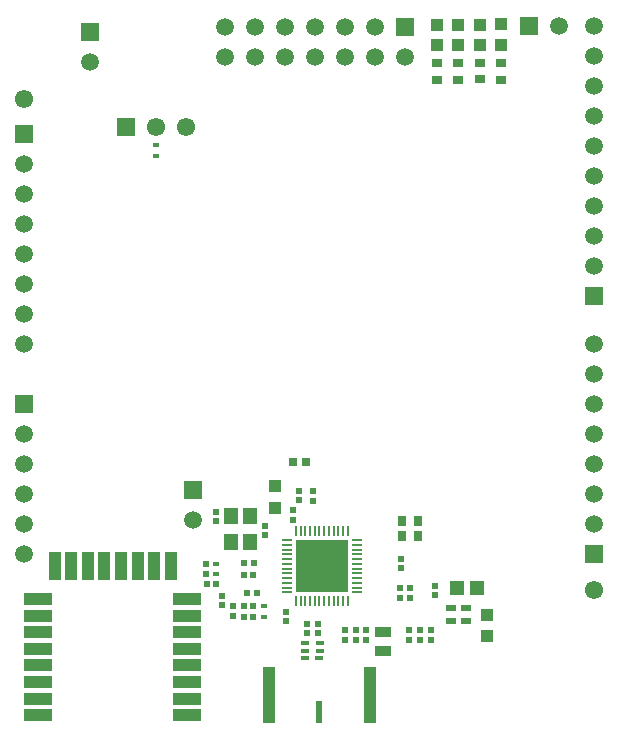
<source format=gbr>
%FSLAX44Y44*%
%MOMM*%
%SFA1B1*%

%IPPOS*%
%ADD11R,0.699999X0.899998*%
%ADD12R,1.099998X1.099998*%
%ADD13R,0.519999X0.519999*%
%ADD14R,0.519999X0.519999*%
%ADD15R,0.999998X0.999998*%
%ADD16R,0.549999X0.449999*%
%ADD17R,0.899998X0.699999*%
%ADD18R,1.349997X0.949998*%
%ADD19R,1.299997X1.149998*%
%ADD20R,0.999998X2.450095*%
%ADD21R,2.450095X0.999998*%
%ADD22R,0.799998X0.299999*%
%ADD23R,0.699999X0.299999*%
%ADD24R,0.849998X0.599999*%
%ADD25R,0.200000X0.899998*%
%ADD26R,0.899998X0.200000*%
%ADD27R,4.399991X4.399991*%
%ADD28R,0.649999X0.749999*%
%ADD29R,1.019998X4.749991*%
%ADD30R,0.509999X1.909996*%
%ADD31R,1.149998X1.399997*%
%ADD44R,1.499997X1.499997*%
%ADD45C,1.499997*%
%ADD46R,1.499997X1.499997*%
%ADD47C,1.549997*%
%ADD48R,1.549997X1.549997*%
G54D11*
X334749Y171249D03*
X348749D03*
X334999Y158249D03*
X348999D03*
G54D12*
X406999Y91999D03*
Y73999D03*
X227330Y200660D03*
Y182659D03*
G54D13*
X177499Y171249D03*
Y179249D03*
X168910Y134809D03*
Y126809D03*
X263749Y84249D03*
Y76249D03*
X254749Y84249D03*
Y76249D03*
X362999Y108499D03*
Y116499D03*
X259749Y188499D03*
Y196499D03*
X182880Y108139D03*
Y100139D03*
X191770Y99249D03*
Y91249D03*
X247650Y189039D03*
Y197039D03*
X236749Y94499D03*
Y86499D03*
X242570Y172529D03*
Y180529D03*
X341499Y78749D03*
Y70749D03*
X359749D03*
Y78749D03*
X350749D03*
Y70749D03*
X304800Y78929D03*
Y70929D03*
X287020D03*
Y78929D03*
X295910D03*
Y70929D03*
X334499Y131499D03*
Y139499D03*
X219249Y167249D03*
Y159249D03*
G54D14*
X177989Y118110D03*
X169989D03*
X200999Y89999D03*
X208999D03*
Y98999D03*
X200999D03*
X209499Y135999D03*
X201499D03*
X208999Y125999D03*
X200999D03*
X212279Y110490D03*
X204279D03*
X333749Y114999D03*
X341749D03*
X333749Y106249D03*
X341749D03*
G54D15*
X382833Y574499D03*
Y591499D03*
X400917Y574499D03*
Y591499D03*
X364749Y574499D03*
Y591499D03*
X419000Y574749D03*
Y591749D03*
G54D16*
X177800Y135309D03*
Y126309D03*
X217999Y89999D03*
Y98999D03*
X127000Y480499D03*
Y489499D03*
G54D17*
X418999Y544749D03*
Y558749D03*
X382832Y544999D03*
Y558999D03*
X400916Y545499D03*
Y559499D03*
X364749Y544999D03*
Y558999D03*
G54D18*
X318999Y60999D03*
Y76999D03*
G54D19*
X381749Y114249D03*
X398749D03*
G54D20*
X125250Y132999D03*
X139250D03*
X111249D03*
X97249D03*
X83251D03*
X69250D03*
X55250D03*
X41250D03*
G54D21*
X153251Y104998D03*
Y91000D03*
Y76999D03*
Y62999D03*
Y48999D03*
Y34998D03*
X27249Y104998D03*
Y91000D03*
Y76999D03*
Y62999D03*
Y48999D03*
Y21000D03*
Y34998D03*
X153251Y21000D03*
Y7000D03*
X27249D03*
G54D22*
X252749Y54999D03*
Y61249D03*
Y67749D03*
X265749Y61249D03*
Y67749D03*
G54D23*
X265249Y54999D03*
G54D24*
X389749Y86749D03*
X376249D03*
X389749Y97749D03*
X376249D03*
G54D25*
X289249Y162499D03*
X281249D03*
X273249D03*
X265249D03*
X257249D03*
X249249D03*
X245249D03*
X253249D03*
X261249D03*
X269249D03*
X277249D03*
X285249D03*
X245249Y103499D03*
X253249D03*
X261249D03*
X269249D03*
X277249D03*
X285249D03*
X289249D03*
X281249D03*
X273249D03*
X265249D03*
X257249D03*
X249249D03*
G54D26*
X296749Y110999D03*
Y118999D03*
Y127000D03*
Y134999D03*
Y142999D03*
Y150999D03*
Y154999D03*
Y146999D03*
Y138999D03*
Y130999D03*
Y122999D03*
Y114999D03*
X237749Y150999D03*
Y142999D03*
Y134999D03*
Y127000D03*
Y118999D03*
Y110999D03*
Y114999D03*
Y122999D03*
Y130999D03*
Y138999D03*
Y146999D03*
Y154999D03*
G54D27*
X267249Y132999D03*
G54D28*
X242499Y220999D03*
X253499D03*
G54D29*
X222749Y23749D03*
X307749D03*
G54D30*
X265249Y9549D03*
G54D31*
X190749Y175499D03*
Y153499D03*
X206749Y175499D03*
Y153499D03*
G54D44*
X497599Y142999D03*
Y361399D03*
X158499Y197499D03*
X70999Y585249D03*
X14999Y269999D03*
Y498599D03*
G54D45*
X497599Y168399D03*
Y193799D03*
Y219199D03*
Y244599D03*
Y269999D03*
Y295399D03*
Y320799D03*
X467999Y589999D03*
X497599Y412199D03*
Y589999D03*
Y564599D03*
Y539199D03*
Y513799D03*
Y488399D03*
Y462999D03*
Y437599D03*
Y386799D03*
X158499Y172099D03*
X70999Y559849D03*
X14999Y244599D03*
Y219199D03*
Y193799D03*
Y168399D03*
Y142999D03*
Y473199D03*
Y447799D03*
Y422399D03*
Y396999D03*
Y371599D03*
Y346199D03*
Y320799D03*
X184999Y563999D03*
Y589399D03*
X210399Y563999D03*
Y589399D03*
X235799Y563999D03*
Y589399D03*
X261199Y563999D03*
Y589399D03*
X286599Y563999D03*
Y589399D03*
X311999Y563999D03*
Y589399D03*
X337399Y563999D03*
G54D46*
X442599Y589999D03*
X337399Y589399D03*
G54D47*
X497599Y113249D03*
X14999Y528499D03*
X126899Y504499D03*
X152299D03*
G54D48*
X101499Y504499D03*
M02*
</source>
